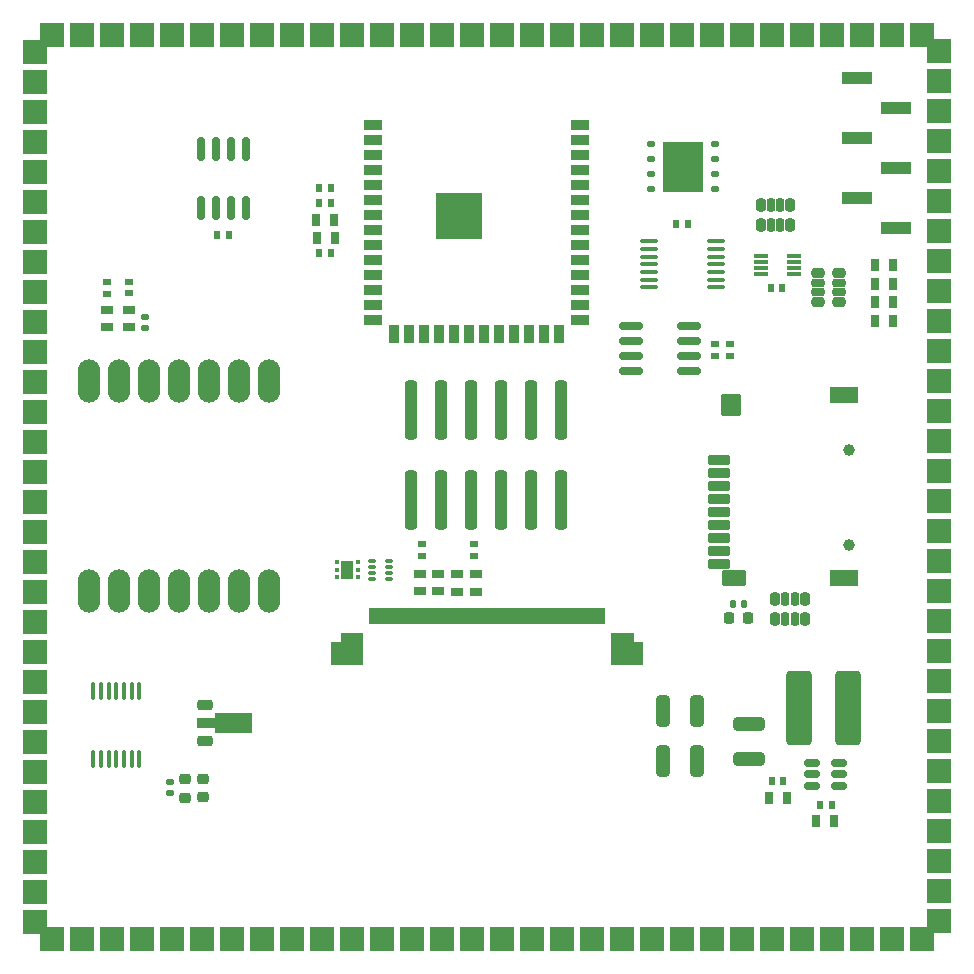
<source format=gbr>
%TF.GenerationSoftware,KiCad,Pcbnew,9.0.7*%
%TF.CreationDate,2026-02-15T10:00:23-06:00*%
%TF.ProjectId,grad_cap_display,67726164-5f63-4617-905f-646973706c61,rev?*%
%TF.SameCoordinates,Original*%
%TF.FileFunction,Soldermask,Top*%
%TF.FilePolarity,Negative*%
%FSLAX46Y46*%
G04 Gerber Fmt 4.6, Leading zero omitted, Abs format (unit mm)*
G04 Created by KiCad (PCBNEW 9.0.7) date 2026-02-15 10:00:23*
%MOMM*%
%LPD*%
G01*
G04 APERTURE LIST*
G04 Aperture macros list*
%AMRoundRect*
0 Rectangle with rounded corners*
0 $1 Rounding radius*
0 $2 $3 $4 $5 $6 $7 $8 $9 X,Y pos of 4 corners*
0 Add a 4 corners polygon primitive as box body*
4,1,4,$2,$3,$4,$5,$6,$7,$8,$9,$2,$3,0*
0 Add four circle primitives for the rounded corners*
1,1,$1+$1,$2,$3*
1,1,$1+$1,$4,$5*
1,1,$1+$1,$6,$7*
1,1,$1+$1,$8,$9*
0 Add four rect primitives between the rounded corners*
20,1,$1+$1,$2,$3,$4,$5,0*
20,1,$1+$1,$4,$5,$6,$7,0*
20,1,$1+$1,$6,$7,$8,$9,0*
20,1,$1+$1,$8,$9,$2,$3,0*%
%AMFreePoly0*
4,1,9,3.862500,-0.866500,0.737500,-0.866500,0.737500,-0.450000,-0.737500,-0.450000,-0.737500,0.450000,0.737500,0.450000,0.737500,0.866500,3.862500,0.866500,3.862500,-0.866500,3.862500,-0.866500,$1*%
G04 Aperture macros list end*
%ADD10C,0.010000*%
%ADD11R,2.000000X2.000000*%
%ADD12RoundRect,0.225000X-0.425000X-0.225000X0.425000X-0.225000X0.425000X0.225000X-0.425000X0.225000X0*%
%ADD13FreePoly0,0.000000*%
%ADD14RoundRect,0.250000X-0.312500X-1.075000X0.312500X-1.075000X0.312500X1.075000X-0.312500X1.075000X0*%
%ADD15RoundRect,0.203500X0.203500X-0.348500X0.203500X0.348500X-0.203500X0.348500X-0.203500X-0.348500X0*%
%ADD16RoundRect,0.183500X0.183500X-0.368500X0.183500X0.368500X-0.183500X0.368500X-0.183500X-0.368500X0*%
%ADD17RoundRect,0.203500X-0.348500X-0.203500X0.348500X-0.203500X0.348500X0.203500X-0.348500X0.203500X0*%
%ADD18RoundRect,0.183500X-0.368500X-0.183500X0.368500X-0.183500X0.368500X0.183500X-0.368500X0.183500X0*%
%ADD19RoundRect,0.203500X-0.203500X0.348500X-0.203500X-0.348500X0.203500X-0.348500X0.203500X0.348500X0*%
%ADD20RoundRect,0.183500X-0.183500X0.368500X-0.183500X-0.368500X0.183500X-0.368500X0.183500X0.368500X0*%
%ADD21R,0.800000X1.000000*%
%ADD22R,0.600000X0.700000*%
%ADD23R,2.510000X1.000000*%
%ADD24RoundRect,0.102000X-0.150000X-0.600000X0.150000X-0.600000X0.150000X0.600000X-0.150000X0.600000X0*%
%ADD25O,1.879600X3.657600*%
%ADD26RoundRect,0.150000X-0.150000X0.825000X-0.150000X-0.825000X0.150000X-0.825000X0.150000X0.825000X0*%
%ADD27RoundRect,0.100000X-0.100000X0.637500X-0.100000X-0.637500X0.100000X-0.637500X0.100000X0.637500X0*%
%ADD28RoundRect,0.150000X-0.825000X-0.150000X0.825000X-0.150000X0.825000X0.150000X-0.825000X0.150000X0*%
%ADD29RoundRect,0.125000X-0.250000X-0.125000X0.250000X-0.125000X0.250000X0.125000X-0.250000X0.125000X0*%
%ADD30R,3.400000X4.300000*%
%ADD31RoundRect,0.150000X-0.512500X-0.150000X0.512500X-0.150000X0.512500X0.150000X-0.512500X0.150000X0*%
%ADD32RoundRect,0.100000X-0.637500X-0.100000X0.637500X-0.100000X0.637500X0.100000X-0.637500X0.100000X0*%
%ADD33C,0.600000*%
%ADD34R,3.900000X3.900000*%
%ADD35R,1.500000X0.900000*%
%ADD36R,0.900000X1.500000*%
%ADD37RoundRect,0.087500X0.537500X0.087500X-0.537500X0.087500X-0.537500X-0.087500X0.537500X-0.087500X0*%
%ADD38RoundRect,0.093750X-0.093750X-0.106250X0.093750X-0.106250X0.093750X0.106250X-0.093750X0.106250X0*%
%ADD39R,1.000000X1.600000*%
%ADD40RoundRect,0.050000X0.285000X0.100000X-0.285000X0.100000X-0.285000X-0.100000X0.285000X-0.100000X0*%
%ADD41R,0.700000X0.600000*%
%ADD42RoundRect,0.250000X-1.075000X0.312500X-1.075000X-0.312500X1.075000X-0.312500X1.075000X0.312500X0*%
%ADD43RoundRect,0.322500X-0.752500X-2.827500X0.752500X-2.827500X0.752500X2.827500X-0.752500X2.827500X0*%
%ADD44RoundRect,0.102000X0.800000X-0.350000X0.800000X0.350000X-0.800000X0.350000X-0.800000X-0.350000X0*%
%ADD45RoundRect,0.102000X1.100000X-0.600000X1.100000X0.600000X-1.100000X0.600000X-1.100000X-0.600000X0*%
%ADD46RoundRect,0.102000X0.750000X-0.800000X0.750000X0.800000X-0.750000X0.800000X-0.750000X-0.800000X0*%
%ADD47RoundRect,0.102000X0.900000X-0.600000X0.900000X0.600000X-0.900000X0.600000X-0.900000X-0.600000X0*%
%ADD48C,1.000000*%
%ADD49RoundRect,0.250000X0.260000X-2.250000X0.260000X2.250000X-0.260000X2.250000X-0.260000X-2.250000X0*%
%ADD50R,1.000000X0.800000*%
%ADD51RoundRect,0.225000X-0.225000X-0.250000X0.225000X-0.250000X0.225000X0.250000X-0.225000X0.250000X0*%
%ADD52RoundRect,0.140000X-0.140000X-0.170000X0.140000X-0.170000X0.140000X0.170000X-0.140000X0.170000X0*%
%ADD53RoundRect,0.140000X-0.170000X0.140000X-0.170000X-0.140000X0.170000X-0.140000X0.170000X0.140000X0*%
%ADD54RoundRect,0.225000X-0.250000X0.225000X-0.250000X-0.225000X0.250000X-0.225000X0.250000X0.225000X0*%
%ADD55RoundRect,0.140000X0.170000X-0.140000X0.170000X0.140000X-0.170000X0.140000X-0.170000X-0.140000X0*%
G04 APERTURE END LIST*
D10*
%TO.C,J201*%
X-241880000Y621077500D02*
X-244480000Y621077500D01*
X-244480000Y622877500D01*
X-243680000Y622877500D01*
X-243680000Y623677500D01*
X-241880000Y623677500D01*
X-241880000Y621077500D01*
G36*
X-241880000Y621077500D02*
G01*
X-244480000Y621077500D01*
X-244480000Y622877500D01*
X-243680000Y622877500D01*
X-243680000Y623677500D01*
X-241880000Y623677500D01*
X-241880000Y621077500D01*
G37*
X-218980000Y622877500D02*
X-218180000Y622877500D01*
X-218180000Y621077500D01*
X-220780000Y621077500D01*
X-220780000Y623677500D01*
X-218980000Y623677500D01*
X-218980000Y622877500D01*
G36*
X-218980000Y622877500D02*
G01*
X-218180000Y622877500D01*
X-218180000Y621077500D01*
X-220780000Y621077500D01*
X-220780000Y623677500D01*
X-218980000Y623677500D01*
X-218980000Y622877500D01*
G37*
%TD*%
D11*
%TO.C,J205*%
X-268177500Y597760000D03*
X-265637500Y597760000D03*
X-263097500Y597760000D03*
X-260557500Y597760000D03*
X-258017500Y597760000D03*
X-255477500Y597760000D03*
X-252937500Y597760000D03*
X-250397500Y597760000D03*
X-247857500Y597760000D03*
X-245317500Y597760000D03*
X-242777500Y597760000D03*
X-240237500Y597760000D03*
X-237697500Y597760000D03*
X-235157500Y597760000D03*
X-232617500Y597760000D03*
X-230077500Y597760000D03*
X-227537500Y597760000D03*
X-224997500Y597760000D03*
X-222457500Y597760000D03*
X-219917500Y597760000D03*
X-217377500Y597760000D03*
X-214837500Y597760000D03*
X-212297500Y597760000D03*
X-209757500Y597760000D03*
X-207217500Y597760000D03*
X-204677500Y597760000D03*
X-202137500Y597760000D03*
X-199597500Y597760000D03*
X-197057500Y597760000D03*
X-194517500Y597760000D03*
X-268177500Y597760000D03*
X-265637500Y597760000D03*
X-263097500Y597760000D03*
X-260557500Y597760000D03*
X-258017500Y597760000D03*
X-255477500Y597760000D03*
X-252937500Y597760000D03*
X-250397500Y597760000D03*
X-247857500Y597760000D03*
X-245317500Y597760000D03*
X-242777500Y597760000D03*
X-240237500Y597760000D03*
X-237697500Y597760000D03*
X-235157500Y597760000D03*
X-232617500Y597760000D03*
X-230077500Y597760000D03*
X-227537500Y597760000D03*
X-224997500Y597760000D03*
X-222457500Y597760000D03*
X-219917500Y597760000D03*
X-217377500Y597760000D03*
X-214837500Y597760000D03*
X-212297500Y597760000D03*
X-209757500Y597760000D03*
X-207217500Y597760000D03*
X-204677500Y597760000D03*
X-202137500Y597760000D03*
X-199597500Y597760000D03*
X-197057500Y597760000D03*
X-194517500Y597760000D03*
%TD*%
%TO.C,J204*%
X-193060000Y672902500D03*
X-193060000Y670362500D03*
X-193060000Y667822500D03*
X-193060000Y665282500D03*
X-193060000Y662742500D03*
X-193060000Y660202500D03*
X-193060000Y657662500D03*
X-193060000Y655122500D03*
X-193060000Y652582500D03*
X-193060000Y650042500D03*
X-193060000Y647502500D03*
X-193060000Y644962500D03*
X-193060000Y642422500D03*
X-193060000Y639882500D03*
X-193060000Y637342500D03*
X-193060000Y634802500D03*
X-193060000Y632262500D03*
X-193060000Y629722500D03*
X-193060000Y627182500D03*
X-193060000Y624642500D03*
X-193060000Y622102500D03*
X-193060000Y619562500D03*
X-193060000Y617022500D03*
X-193060000Y614482500D03*
X-193060000Y611942500D03*
X-193060000Y609402500D03*
X-193060000Y606862500D03*
X-193060000Y604322500D03*
X-193060000Y601782500D03*
X-193060000Y599242500D03*
X-193060000Y599242500D03*
X-193060000Y601782500D03*
X-193060000Y604322500D03*
X-193060000Y606862500D03*
X-193060000Y609402500D03*
X-193060000Y611942500D03*
X-193060000Y614482500D03*
X-193060000Y617022500D03*
X-193060000Y619562500D03*
X-193060000Y622102500D03*
X-193060000Y624642500D03*
X-193060000Y627182500D03*
X-193060000Y629722500D03*
X-193060000Y632262500D03*
X-193060000Y634802500D03*
X-193060000Y637342500D03*
X-193060000Y639882500D03*
X-193060000Y642422500D03*
X-193060000Y644962500D03*
X-193060000Y647502500D03*
X-193060000Y650042500D03*
X-193060000Y652582500D03*
X-193060000Y655122500D03*
X-193060000Y657662500D03*
X-193060000Y660202500D03*
X-193060000Y662742500D03*
X-193060000Y665282500D03*
X-193060000Y667822500D03*
X-193060000Y670362500D03*
X-193060000Y672902500D03*
%TD*%
%TO.C,J202*%
X-269575000Y599182500D03*
X-269575000Y601722500D03*
X-269575000Y604262500D03*
X-269575000Y606802500D03*
X-269575000Y609342500D03*
X-269575000Y611882500D03*
X-269575000Y614422500D03*
X-269575000Y616962500D03*
X-269575000Y619502500D03*
X-269575000Y622042500D03*
X-269575000Y624582500D03*
X-269575000Y627122500D03*
X-269575000Y629662500D03*
X-269575000Y632202500D03*
X-269575000Y634742500D03*
X-269575000Y637282500D03*
X-269575000Y639822500D03*
X-269575000Y642362500D03*
X-269575000Y644902500D03*
X-269575000Y647442500D03*
X-269575000Y649982500D03*
X-269575000Y652522500D03*
X-269575000Y655062500D03*
X-269575000Y657602500D03*
X-269575000Y660142500D03*
X-269575000Y662682500D03*
X-269575000Y665222500D03*
X-269575000Y667762500D03*
X-269575000Y670302500D03*
X-269575000Y672842500D03*
X-269575000Y611882500D03*
X-269575000Y606802500D03*
X-269575000Y599182500D03*
X-269575000Y601722500D03*
X-269575000Y609342500D03*
X-269575000Y604262500D03*
X-269575000Y665222500D03*
X-269575000Y660142500D03*
X-269575000Y670302500D03*
X-269575000Y667762500D03*
X-269575000Y657602500D03*
X-269575000Y655062500D03*
X-269575000Y662682500D03*
X-269575000Y672842500D03*
X-269575000Y649982500D03*
X-269575000Y639822500D03*
X-269575000Y647442500D03*
X-269575000Y652522500D03*
X-269575000Y644902500D03*
X-269575000Y642362500D03*
X-269575000Y634742500D03*
X-269575000Y637282500D03*
X-269575000Y629662500D03*
X-269575000Y627122500D03*
X-269575000Y624582500D03*
X-269575000Y622042500D03*
X-269575000Y619502500D03*
X-269575000Y632202500D03*
X-269575000Y616962500D03*
X-269575000Y614422500D03*
%TD*%
%TO.C,J203*%
X-194457500Y674325000D03*
X-196997500Y674325000D03*
X-199537500Y674325000D03*
X-202077500Y674325000D03*
X-204617500Y674325000D03*
X-207157500Y674325000D03*
X-209697500Y674325000D03*
X-212237500Y674325000D03*
X-214777500Y674325000D03*
X-217317500Y674325000D03*
X-219857500Y674325000D03*
X-222397500Y674325000D03*
X-224937500Y674325000D03*
X-227477500Y674325000D03*
X-230017500Y674325000D03*
X-232557500Y674325000D03*
X-235097500Y674325000D03*
X-237637500Y674325000D03*
X-240177500Y674325000D03*
X-242717500Y674325000D03*
X-245257500Y674325000D03*
X-247797500Y674325000D03*
X-250337500Y674325000D03*
X-252877500Y674325000D03*
X-255417500Y674325000D03*
X-257957500Y674325000D03*
X-260497500Y674325000D03*
X-263037500Y674325000D03*
X-265577500Y674325000D03*
X-268117500Y674325000D03*
X-194457500Y674325000D03*
X-196997500Y674325000D03*
X-199537500Y674325000D03*
X-202077500Y674325000D03*
X-204617500Y674325000D03*
X-207157500Y674325000D03*
X-209697500Y674325000D03*
X-212237500Y674325000D03*
X-214777500Y674325000D03*
X-217317500Y674325000D03*
X-219857500Y674325000D03*
X-222397500Y674325000D03*
X-224937500Y674325000D03*
X-227477500Y674325000D03*
X-230017500Y674325000D03*
X-232557500Y674325000D03*
X-235097500Y674325000D03*
X-237637500Y674325000D03*
X-240177500Y674325000D03*
X-242717500Y674325000D03*
X-245257500Y674325000D03*
X-247797500Y674325000D03*
X-250337500Y674325000D03*
X-252877500Y674325000D03*
X-255417500Y674325000D03*
X-257957500Y674325000D03*
X-260497500Y674325000D03*
X-263037500Y674325000D03*
X-265577500Y674325000D03*
X-268117500Y674325000D03*
%TD*%
D12*
%TO.C,U1102*%
X-255200000Y617560000D03*
D13*
X-255112500Y616060000D03*
D12*
X-255200000Y614560000D03*
%TD*%
D14*
%TO.C,R206*%
X-216412500Y612840000D03*
X-213487500Y612840000D03*
%TD*%
%TO.C,R205*%
X-216412500Y617050000D03*
X-213487500Y617050000D03*
%TD*%
D15*
%TO.C,RN1101*%
X-206890000Y624810000D03*
D16*
X-206050000Y624810000D03*
X-205250000Y624810000D03*
D15*
X-204410000Y624810000D03*
X-204410000Y626580000D03*
D16*
X-205250000Y626580000D03*
X-206050000Y626580000D03*
D15*
X-206890000Y626580000D03*
%TD*%
D17*
%TO.C,RN202*%
X-203255000Y654170000D03*
D18*
X-203255000Y653330000D03*
X-203255000Y652530000D03*
D17*
X-203255000Y651690000D03*
X-201485000Y651690000D03*
D18*
X-201485000Y652530000D03*
X-201485000Y653330000D03*
D17*
X-201485000Y654170000D03*
%TD*%
D19*
%TO.C,RN201*%
X-205650000Y659940000D03*
D20*
X-206490000Y659940000D03*
X-207290000Y659940000D03*
D19*
X-208130000Y659940000D03*
X-208130000Y658170000D03*
D20*
X-207290000Y658170000D03*
X-206490000Y658170000D03*
D19*
X-205650000Y658170000D03*
%TD*%
D21*
%TO.C,D203*%
X-198460000Y653250000D03*
X-196960000Y653250000D03*
%TD*%
%TO.C,D202*%
X-196960000Y654850000D03*
X-198460000Y654850000D03*
%TD*%
%TO.C,D204*%
X-196960000Y651650000D03*
X-198460000Y651650000D03*
%TD*%
%TO.C,D205*%
X-196960000Y650050000D03*
X-198460000Y650050000D03*
%TD*%
D22*
%TO.C,R204*%
X-254182500Y657405000D03*
X-253182500Y657405000D03*
%TD*%
D23*
%TO.C,J101*%
X-200000000Y670650000D03*
X-196690000Y668110000D03*
X-200000000Y665570000D03*
X-196690000Y663030000D03*
X-200000000Y660490000D03*
X-196690000Y657950000D03*
%TD*%
D24*
%TO.C,J201*%
X-241080000Y625077500D03*
X-240580000Y625077500D03*
X-240080000Y625077500D03*
X-239580000Y625077500D03*
X-239080000Y625077500D03*
X-238580000Y625077500D03*
X-238080000Y625077500D03*
X-237580000Y625077500D03*
X-237080000Y625077500D03*
X-236580000Y625077500D03*
X-236080000Y625077500D03*
X-235580000Y625077500D03*
X-235080000Y625077500D03*
X-234580000Y625077500D03*
X-234080000Y625077500D03*
X-233580000Y625077500D03*
X-233080000Y625077500D03*
X-232580000Y625077500D03*
X-232080000Y625077500D03*
X-231580000Y625077500D03*
X-231080000Y625077500D03*
X-230580000Y625077500D03*
X-230080000Y625077500D03*
X-229580000Y625077500D03*
X-229080000Y625077500D03*
X-228580000Y625077500D03*
X-228080000Y625077500D03*
X-227580000Y625077500D03*
X-227080000Y625077500D03*
X-226580000Y625077500D03*
X-226080000Y625077500D03*
X-225580000Y625077500D03*
X-225080000Y625077500D03*
X-224580000Y625077500D03*
X-224080000Y625077500D03*
X-223580000Y625077500D03*
X-223080000Y625077500D03*
X-222580000Y625077500D03*
X-222080000Y625077500D03*
X-221580000Y625077500D03*
%TD*%
D25*
%TO.C,U1104*%
X-264972500Y627187500D03*
X-262432500Y627187500D03*
X-259892500Y627187500D03*
X-257352500Y627187500D03*
X-254812500Y627187500D03*
X-252272500Y627187500D03*
X-249732500Y627187500D03*
X-249732500Y644967500D03*
X-252272500Y644967500D03*
X-254812500Y644967500D03*
X-257352500Y644967500D03*
X-259892500Y644967500D03*
X-262432500Y644967500D03*
X-264972500Y644967500D03*
%TD*%
D26*
%TO.C,U1103*%
X-251702500Y664635000D03*
X-252972500Y664635000D03*
X-254242500Y664635000D03*
X-255512500Y664635000D03*
X-255512500Y659685000D03*
X-254242500Y659685000D03*
X-252972500Y659685000D03*
X-251702500Y659685000D03*
%TD*%
D27*
%TO.C,U1101*%
X-260740000Y618762500D03*
X-261390000Y618762500D03*
X-262040000Y618762500D03*
X-262690000Y618762500D03*
X-263340000Y618762500D03*
X-263990000Y618762500D03*
X-264640000Y618762500D03*
X-264640000Y613037500D03*
X-263990000Y613037500D03*
X-263340000Y613037500D03*
X-262690000Y613037500D03*
X-262040000Y613037500D03*
X-261390000Y613037500D03*
X-260740000Y613037500D03*
%TD*%
D28*
%TO.C,U208*%
X-219125000Y649667500D03*
X-219125000Y648397500D03*
X-219125000Y647127500D03*
X-219125000Y645857500D03*
X-214175000Y645857500D03*
X-214175000Y647127500D03*
X-214175000Y648397500D03*
X-214175000Y649667500D03*
%TD*%
D29*
%TO.C,U207*%
X-217390000Y665050000D03*
X-217390000Y663780000D03*
X-217390000Y662510000D03*
X-217390000Y661240000D03*
X-211990000Y661240000D03*
X-211990000Y662510000D03*
X-211990000Y663780000D03*
X-211990000Y665050000D03*
D30*
X-214690000Y663145000D03*
%TD*%
D31*
%TO.C,U206*%
X-203815001Y612640000D03*
X-203815001Y611690001D03*
X-203815001Y610740002D03*
X-201540001Y610740002D03*
X-201540001Y611690001D03*
X-201540001Y612640000D03*
%TD*%
D32*
%TO.C,U205*%
X-217620000Y656820000D03*
X-217620000Y656170000D03*
X-217620000Y655520000D03*
X-217620000Y654870000D03*
X-217620000Y654220000D03*
X-217620000Y653570000D03*
X-217620000Y652920000D03*
X-211895000Y652920000D03*
X-211895000Y653570000D03*
X-211895000Y654220000D03*
X-211895000Y654870000D03*
X-211895000Y655520000D03*
X-211895000Y656170000D03*
X-211895000Y656820000D03*
%TD*%
D33*
%TO.C,U204*%
X-232310000Y658280000D03*
X-232310000Y659680000D03*
X-233010000Y657580000D03*
X-233010000Y658980000D03*
X-233010000Y660380000D03*
X-233710000Y658280000D03*
D34*
X-233710000Y658980000D03*
D33*
X-233710000Y659680000D03*
X-234410000Y657580000D03*
X-234410000Y658980000D03*
X-234410000Y660380000D03*
X-235110000Y658280000D03*
X-235110000Y659680000D03*
D35*
X-223460000Y666700000D03*
X-223460000Y665430000D03*
X-223460000Y664160000D03*
X-223460000Y662890000D03*
X-223460000Y661620000D03*
X-223460000Y660350000D03*
X-223460000Y659080000D03*
X-223460000Y657810000D03*
X-223460000Y656540000D03*
X-223460000Y655270000D03*
X-223460000Y654000000D03*
X-223460000Y652730000D03*
X-223460000Y651460000D03*
X-223460000Y650190000D03*
D36*
X-225225000Y648940000D03*
X-226495000Y648940000D03*
X-227765000Y648940000D03*
X-229035000Y648940000D03*
X-230305000Y648940000D03*
X-231575000Y648940000D03*
X-232845000Y648940000D03*
X-234115000Y648940000D03*
X-235385000Y648940000D03*
X-236655000Y648940000D03*
X-237925000Y648940000D03*
X-239195000Y648940000D03*
D35*
X-240960000Y650190000D03*
X-240960000Y651460000D03*
X-240960000Y652730000D03*
X-240960000Y654000000D03*
X-240960000Y655270000D03*
X-240960000Y656540000D03*
X-240960000Y657810000D03*
X-240960000Y659080000D03*
X-240960000Y660350000D03*
X-240960000Y661620000D03*
X-240960000Y662890000D03*
X-240960000Y664160000D03*
X-240960000Y665430000D03*
X-240960000Y666700000D03*
%TD*%
D37*
%TO.C,U203*%
X-205310000Y654069998D03*
X-205310000Y654569999D03*
X-205310000Y655069999D03*
X-205310000Y655570000D03*
X-208110000Y655570000D03*
X-208110000Y655069999D03*
X-208110000Y654569999D03*
X-208110000Y654069998D03*
%TD*%
D38*
%TO.C,U202*%
X-244010000Y629680000D03*
X-244010000Y629030000D03*
X-244010000Y628380000D03*
X-242235000Y628380000D03*
X-242235000Y629030000D03*
X-242235000Y629680000D03*
D39*
X-243122500Y629030000D03*
%TD*%
D40*
%TO.C,U201*%
X-239572500Y628240000D03*
X-239572500Y628740000D03*
X-239572500Y629240000D03*
X-239572500Y629740000D03*
X-241052500Y629740000D03*
X-241052500Y629240000D03*
X-241052500Y628740000D03*
X-241052500Y628240000D03*
%TD*%
D41*
%TO.C,R1102*%
X-261579999Y652420001D03*
X-261579999Y653419999D03*
%TD*%
%TO.C,R1101*%
X-263460000Y652400001D03*
X-263460000Y653399999D03*
%TD*%
%TO.C,R203*%
X-212020000Y647160002D03*
X-212020000Y648160000D03*
%TD*%
D42*
%TO.C,R202*%
X-209155001Y615962501D03*
X-209155001Y613037501D03*
%TD*%
D22*
%TO.C,R201*%
X-245540000Y655820000D03*
X-244540000Y655820000D03*
%TD*%
D43*
%TO.C,L201*%
X-204905001Y617300000D03*
X-200730000Y617300000D03*
%TD*%
D44*
%TO.C,J1104*%
X-211690000Y629540000D03*
D45*
X-201090000Y643840000D03*
D46*
X-210640000Y642940000D03*
D45*
X-201090000Y628340000D03*
D47*
X-210390000Y628340000D03*
D44*
X-211690001Y630640000D03*
X-211690000Y631740000D03*
X-211690001Y632840000D03*
X-211690000Y633940000D03*
X-211690000Y635039999D03*
X-211690000Y636140000D03*
X-211690000Y637240000D03*
X-211690000Y638340000D03*
D48*
X-200690000Y639140000D03*
X-200690000Y631139999D03*
%TD*%
D49*
%TO.C,J3*%
X-237730000Y634960000D03*
X-237730000Y642560000D03*
X-235190000Y634960000D03*
X-235190000Y642560000D03*
X-232650000Y634960000D03*
X-232650000Y642560000D03*
X-230110000Y634960000D03*
X-230110000Y642560000D03*
X-227570000Y634960000D03*
X-227570000Y642560000D03*
X-225030000Y634960000D03*
X-225030000Y642560000D03*
%TD*%
D50*
%TO.C,D1102*%
X-261600000Y651050000D03*
X-261600000Y649550000D03*
%TD*%
%TO.C,D1101*%
X-263470000Y651049999D03*
X-263470000Y649549999D03*
%TD*%
D21*
%TO.C,D201*%
X-245690000Y657130000D03*
X-244190000Y657130000D03*
%TD*%
D51*
%TO.C,C1106*%
X-210800000Y624900000D03*
X-209250000Y624900000D03*
%TD*%
D52*
%TO.C,C1105*%
X-210505000Y626160000D03*
X-209545000Y626160000D03*
%TD*%
D53*
%TO.C,C1104*%
X-258150000Y611070000D03*
X-258150000Y610110000D03*
%TD*%
D54*
%TO.C,C1103*%
X-256890000Y611280000D03*
X-256890000Y609730000D03*
%TD*%
%TO.C,C1102*%
X-255350000Y611290000D03*
X-255350000Y609740000D03*
%TD*%
D55*
%TO.C,C1101*%
X-260230000Y649460000D03*
X-260230000Y650420000D03*
%TD*%
D41*
%TO.C,C216*%
X-210700000Y648149998D03*
X-210700000Y647150000D03*
%TD*%
D21*
%TO.C,C215*%
X-203420000Y607790000D03*
X-201920000Y607790000D03*
%TD*%
D22*
%TO.C,C214*%
X-207215001Y611170001D03*
X-206215001Y611170001D03*
%TD*%
%TO.C,C213*%
X-203110000Y609080000D03*
X-202110000Y609080000D03*
%TD*%
D21*
%TO.C,C212*%
X-207405001Y609730001D03*
X-205905001Y609730001D03*
%TD*%
D22*
%TO.C,C211*%
X-214280001Y658320000D03*
X-215279999Y658320000D03*
%TD*%
D41*
%TO.C,C210*%
X-232410000Y630220002D03*
X-232410000Y631220000D03*
%TD*%
D22*
%TO.C,C209*%
X-245520000Y660060000D03*
X-244520000Y660060000D03*
%TD*%
D41*
%TO.C,C208*%
X-236810000Y630220001D03*
X-236810000Y631219999D03*
%TD*%
D22*
%TO.C,C207*%
X-245520000Y661380000D03*
X-244520000Y661380000D03*
%TD*%
D50*
%TO.C,C206*%
X-232240000Y627170000D03*
X-232240000Y628670000D03*
%TD*%
D22*
%TO.C,C205*%
X-207290000Y652910000D03*
X-206290000Y652910000D03*
%TD*%
D21*
%TO.C,C204*%
X-245770000Y658620000D03*
X-244270000Y658620000D03*
%TD*%
D50*
%TO.C,C203*%
X-233830000Y627180000D03*
X-233830000Y628680000D03*
%TD*%
%TO.C,C202*%
X-235440000Y627190000D03*
X-235440000Y628690000D03*
%TD*%
%TO.C,C201*%
X-237020000Y627200000D03*
X-237020000Y628700000D03*
%TD*%
M02*

</source>
